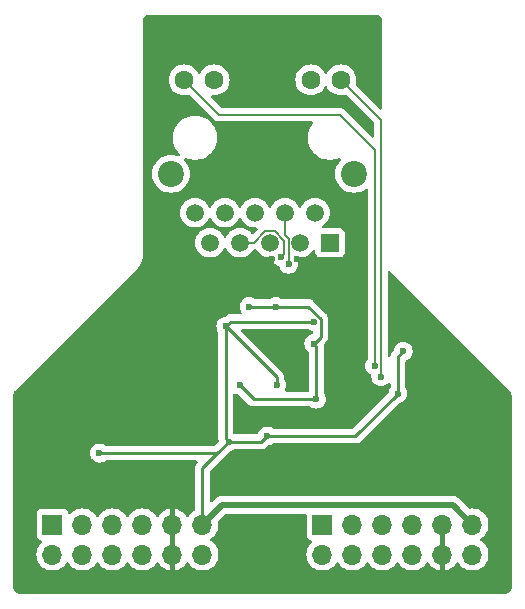
<source format=gbl>
G04 #@! TF.GenerationSoftware,KiCad,Pcbnew,8.0.8*
G04 #@! TF.CreationDate,2025-02-16T01:23:12+01:00*
G04 #@! TF.ProjectId,rgmii-pmod,72676d69-692d-4706-9d6f-642e6b696361,rev?*
G04 #@! TF.SameCoordinates,Original*
G04 #@! TF.FileFunction,Copper,L4,Bot*
G04 #@! TF.FilePolarity,Positive*
%FSLAX46Y46*%
G04 Gerber Fmt 4.6, Leading zero omitted, Abs format (unit mm)*
G04 Created by KiCad (PCBNEW 8.0.8) date 2025-02-16 01:23:12*
%MOMM*%
%LPD*%
G01*
G04 APERTURE LIST*
G04 #@! TA.AperFunction,ComponentPad*
%ADD10R,1.700000X1.700000*%
G04 #@! TD*
G04 #@! TA.AperFunction,ComponentPad*
%ADD11O,1.700000X1.700000*%
G04 #@! TD*
G04 #@! TA.AperFunction,ComponentPad*
%ADD12R,1.500000X1.500000*%
G04 #@! TD*
G04 #@! TA.AperFunction,ComponentPad*
%ADD13C,1.500000*%
G04 #@! TD*
G04 #@! TA.AperFunction,ComponentPad*
%ADD14C,1.600000*%
G04 #@! TD*
G04 #@! TA.AperFunction,ComponentPad*
%ADD15C,2.200000*%
G04 #@! TD*
G04 #@! TA.AperFunction,ViaPad*
%ADD16C,0.600000*%
G04 #@! TD*
G04 #@! TA.AperFunction,Conductor*
%ADD17C,0.250000*%
G04 #@! TD*
G04 #@! TA.AperFunction,Conductor*
%ADD18C,0.500000*%
G04 #@! TD*
G04 #@! TA.AperFunction,Conductor*
%ADD19C,0.150000*%
G04 #@! TD*
G04 #@! TA.AperFunction,Conductor*
%ADD20C,0.132600*%
G04 #@! TD*
G04 APERTURE END LIST*
D10*
X155080000Y-118650000D03*
D11*
X157620000Y-118650000D03*
X160160000Y-118650000D03*
X162700000Y-118650000D03*
X165240000Y-118650000D03*
X167780000Y-118650000D03*
X155080000Y-121190000D03*
X157620000Y-121190000D03*
X160160000Y-121190000D03*
X162700000Y-121190000D03*
X165240000Y-121190000D03*
X167780000Y-121190000D03*
D12*
X155715000Y-94790000D03*
D13*
X154445000Y-92250000D03*
X153175000Y-94790000D03*
X151905000Y-92250000D03*
X150635000Y-94790000D03*
X149365000Y-92250000D03*
X148095000Y-94790000D03*
X146825000Y-92250000D03*
X145555000Y-94790000D03*
X144285000Y-92250000D03*
D14*
X156630000Y-81000000D03*
X154090000Y-81000000D03*
X145910000Y-81000000D03*
X143370000Y-81000000D03*
D15*
X157745000Y-88950000D03*
X142255000Y-88950000D03*
D10*
X132220000Y-118650000D03*
D11*
X134760000Y-118650000D03*
X137300000Y-118650000D03*
X139840000Y-118650000D03*
X142380000Y-118650000D03*
X144920000Y-118650000D03*
X132220000Y-121190000D03*
X134760000Y-121190000D03*
X137300000Y-121190000D03*
X139840000Y-121190000D03*
X142380000Y-121190000D03*
X144920000Y-121190000D03*
D16*
X148422400Y-98810000D03*
X153250000Y-103725000D03*
X148061750Y-108720000D03*
X151117600Y-98380000D03*
X153190100Y-110220000D03*
X156415000Y-106325000D03*
X148060200Y-110220000D03*
X152900000Y-96200000D03*
X150800000Y-96200000D03*
X136200000Y-112600000D03*
X146900000Y-101875000D03*
X150385200Y-111160000D03*
X161915000Y-103990000D03*
X147160000Y-111630000D03*
X161465000Y-107560000D03*
X154350000Y-101470000D03*
X151200000Y-106850000D03*
X148061750Y-106850000D03*
X151117600Y-100200000D03*
X154350000Y-103330000D03*
X148882400Y-100200000D03*
X154560000Y-108031250D03*
X160025000Y-106150000D03*
X152205521Y-96600521D03*
X151604479Y-95999479D03*
X159500000Y-105210000D03*
D17*
X154350000Y-101470000D02*
X147305000Y-101470000D01*
X157865000Y-111160000D02*
X161465000Y-107560000D01*
X146190000Y-112600000D02*
X147160000Y-111630000D01*
X147305000Y-101470000D02*
X146900000Y-101875000D01*
X149915200Y-111630000D02*
X150385200Y-111160000D01*
D18*
X146570000Y-117000000D02*
X144920000Y-118650000D01*
D17*
X147160000Y-111630000D02*
X149915200Y-111630000D01*
X150385200Y-111160000D02*
X157865000Y-111160000D01*
D18*
X167780000Y-118650000D02*
X166130000Y-117000000D01*
D17*
X146190000Y-112600000D02*
X144920000Y-113870000D01*
X161465000Y-107560000D02*
X161465000Y-104440000D01*
X136200000Y-112600000D02*
X146190000Y-112600000D01*
D18*
X166130000Y-117000000D02*
X146570000Y-117000000D01*
D17*
X146900000Y-111370000D02*
X147160000Y-111630000D01*
X144920000Y-113870000D02*
X144920000Y-118650000D01*
X161465000Y-104440000D02*
X161915000Y-103990000D01*
X151200000Y-106850000D02*
X151200000Y-106175000D01*
X151200000Y-106175000D02*
X146900000Y-101875000D01*
X146900000Y-101875000D02*
X146900000Y-111370000D01*
X154560000Y-108031250D02*
X154560000Y-103540000D01*
X148882400Y-100200000D02*
X151117600Y-100200000D01*
X154925000Y-102755000D02*
X154925000Y-101231827D01*
X149243000Y-108031250D02*
X154560000Y-108031250D01*
X154350000Y-103330000D02*
X154925000Y-102755000D01*
X153893173Y-100200000D02*
X151117600Y-100200000D01*
X148061750Y-106850000D02*
X149243000Y-108031250D01*
X154925000Y-101231827D02*
X153893173Y-100200000D01*
X154560000Y-103540000D02*
X154350000Y-103330000D01*
D19*
X160025000Y-106150000D02*
X160025000Y-84395000D01*
X160025000Y-84395000D02*
X156630000Y-81000000D01*
D20*
X151905000Y-94152395D02*
X151905000Y-92250000D01*
X152205521Y-94452916D02*
X151905000Y-94152395D01*
X152205521Y-96600521D02*
X152205521Y-94452916D01*
X151035255Y-93823700D02*
X150234745Y-93823700D01*
X150234745Y-93823700D02*
X149268445Y-94790000D01*
X151822920Y-95781038D02*
X151822920Y-94611365D01*
X151822920Y-94611365D02*
X151035255Y-93823700D01*
X151604479Y-95999479D02*
X151822920Y-95781038D01*
X149268445Y-94790000D02*
X148095000Y-94790000D01*
D19*
X159500000Y-86927284D02*
X156522716Y-83950000D01*
X159500000Y-105210000D02*
X159500000Y-86927284D01*
X146320000Y-83950000D02*
X143370000Y-81000000D01*
X156522716Y-83950000D02*
X146320000Y-83950000D01*
G04 #@! TA.AperFunction,Conductor*
G36*
X159641922Y-75501280D02*
G01*
X159732266Y-75511459D01*
X159759331Y-75517636D01*
X159838540Y-75545352D01*
X159863553Y-75557398D01*
X159934606Y-75602043D01*
X159956313Y-75619355D01*
X160015644Y-75678686D01*
X160032957Y-75700395D01*
X160077600Y-75771444D01*
X160089648Y-75796462D01*
X160117362Y-75875666D01*
X160123540Y-75902735D01*
X160133720Y-75993076D01*
X160134500Y-76006961D01*
X160134500Y-83391258D01*
X160114815Y-83458297D01*
X160062011Y-83504052D01*
X159992853Y-83513996D01*
X159929297Y-83484971D01*
X159922819Y-83478939D01*
X157914470Y-81470590D01*
X157880985Y-81409267D01*
X157882376Y-81350815D01*
X157900000Y-81285042D01*
X157915635Y-81226692D01*
X157935468Y-81000000D01*
X157915635Y-80773308D01*
X157856739Y-80553504D01*
X157760568Y-80347266D01*
X157630047Y-80160861D01*
X157630045Y-80160858D01*
X157469141Y-79999954D01*
X157282734Y-79869432D01*
X157282732Y-79869431D01*
X157076497Y-79773261D01*
X157076488Y-79773258D01*
X156856697Y-79714366D01*
X156856693Y-79714365D01*
X156856692Y-79714365D01*
X156856691Y-79714364D01*
X156856686Y-79714364D01*
X156630002Y-79694532D01*
X156629998Y-79694532D01*
X156403313Y-79714364D01*
X156403302Y-79714366D01*
X156183511Y-79773258D01*
X156183502Y-79773261D01*
X155977267Y-79869431D01*
X155977265Y-79869432D01*
X155790858Y-79999954D01*
X155629954Y-80160858D01*
X155499432Y-80347265D01*
X155499431Y-80347267D01*
X155472382Y-80405275D01*
X155426209Y-80457714D01*
X155359016Y-80476866D01*
X155292135Y-80456650D01*
X155247618Y-80405275D01*
X155220568Y-80347267D01*
X155220567Y-80347265D01*
X155090045Y-80160858D01*
X154929141Y-79999954D01*
X154742734Y-79869432D01*
X154742732Y-79869431D01*
X154536497Y-79773261D01*
X154536488Y-79773258D01*
X154316697Y-79714366D01*
X154316693Y-79714365D01*
X154316692Y-79714365D01*
X154316691Y-79714364D01*
X154316686Y-79714364D01*
X154090002Y-79694532D01*
X154089998Y-79694532D01*
X153863313Y-79714364D01*
X153863302Y-79714366D01*
X153643511Y-79773258D01*
X153643502Y-79773261D01*
X153437267Y-79869431D01*
X153437265Y-79869432D01*
X153250858Y-79999954D01*
X153089954Y-80160858D01*
X152959432Y-80347265D01*
X152959431Y-80347267D01*
X152863261Y-80553502D01*
X152863258Y-80553511D01*
X152804366Y-80773302D01*
X152804364Y-80773313D01*
X152784532Y-80999998D01*
X152784532Y-81000001D01*
X152804364Y-81226686D01*
X152804366Y-81226697D01*
X152863258Y-81446488D01*
X152863261Y-81446497D01*
X152959431Y-81652732D01*
X152959432Y-81652734D01*
X153089954Y-81839141D01*
X153250858Y-82000045D01*
X153250861Y-82000047D01*
X153437266Y-82130568D01*
X153643504Y-82226739D01*
X153643509Y-82226740D01*
X153643511Y-82226741D01*
X153696415Y-82240916D01*
X153863308Y-82285635D01*
X154025230Y-82299801D01*
X154089998Y-82305468D01*
X154090000Y-82305468D01*
X154090002Y-82305468D01*
X154146673Y-82300509D01*
X154316692Y-82285635D01*
X154536496Y-82226739D01*
X154742734Y-82130568D01*
X154929139Y-82000047D01*
X155090047Y-81839139D01*
X155220568Y-81652734D01*
X155247618Y-81594724D01*
X155293790Y-81542285D01*
X155360983Y-81523133D01*
X155427865Y-81543348D01*
X155472382Y-81594725D01*
X155499429Y-81652728D01*
X155499432Y-81652734D01*
X155629954Y-81839141D01*
X155790858Y-82000045D01*
X155790861Y-82000047D01*
X155977266Y-82130568D01*
X156183504Y-82226739D01*
X156183509Y-82226740D01*
X156183511Y-82226741D01*
X156236415Y-82240916D01*
X156403308Y-82285635D01*
X156565230Y-82299801D01*
X156629998Y-82305468D01*
X156630000Y-82305468D01*
X156630002Y-82305468D01*
X156686673Y-82300509D01*
X156856692Y-82285635D01*
X156980815Y-82252376D01*
X157050665Y-82254039D01*
X157100590Y-82284470D01*
X159413181Y-84597061D01*
X159446666Y-84658384D01*
X159449500Y-84684742D01*
X159449500Y-85763542D01*
X159429815Y-85830581D01*
X159377011Y-85876336D01*
X159307853Y-85886280D01*
X159244297Y-85857255D01*
X159237819Y-85851223D01*
X156876083Y-83489487D01*
X156876081Y-83489485D01*
X156810466Y-83451602D01*
X156744852Y-83413719D01*
X156661024Y-83391258D01*
X156598482Y-83374500D01*
X156598481Y-83374500D01*
X146609742Y-83374500D01*
X146542703Y-83354815D01*
X146522061Y-83338181D01*
X145689919Y-82506039D01*
X145656434Y-82444716D01*
X145661418Y-82375024D01*
X145703290Y-82319091D01*
X145768754Y-82294674D01*
X145788407Y-82294830D01*
X145909998Y-82305468D01*
X145910000Y-82305468D01*
X145910002Y-82305468D01*
X145966673Y-82300509D01*
X146136692Y-82285635D01*
X146356496Y-82226739D01*
X146562734Y-82130568D01*
X146749139Y-82000047D01*
X146910047Y-81839139D01*
X147040568Y-81652734D01*
X147136739Y-81446496D01*
X147195635Y-81226692D01*
X147215468Y-81000000D01*
X147195635Y-80773308D01*
X147136739Y-80553504D01*
X147040568Y-80347266D01*
X146910047Y-80160861D01*
X146910045Y-80160858D01*
X146749141Y-79999954D01*
X146562734Y-79869432D01*
X146562732Y-79869431D01*
X146356497Y-79773261D01*
X146356488Y-79773258D01*
X146136697Y-79714366D01*
X146136693Y-79714365D01*
X146136692Y-79714365D01*
X146136691Y-79714364D01*
X146136686Y-79714364D01*
X145910002Y-79694532D01*
X145909998Y-79694532D01*
X145683313Y-79714364D01*
X145683302Y-79714366D01*
X145463511Y-79773258D01*
X145463502Y-79773261D01*
X145257267Y-79869431D01*
X145257265Y-79869432D01*
X145070858Y-79999954D01*
X144909954Y-80160858D01*
X144779432Y-80347265D01*
X144779431Y-80347267D01*
X144752382Y-80405275D01*
X144706209Y-80457714D01*
X144639016Y-80476866D01*
X144572135Y-80456650D01*
X144527618Y-80405275D01*
X144500568Y-80347267D01*
X144500567Y-80347265D01*
X144370045Y-80160858D01*
X144209141Y-79999954D01*
X144022734Y-79869432D01*
X144022732Y-79869431D01*
X143816497Y-79773261D01*
X143816488Y-79773258D01*
X143596697Y-79714366D01*
X143596693Y-79714365D01*
X143596692Y-79714365D01*
X143596691Y-79714364D01*
X143596686Y-79714364D01*
X143370002Y-79694532D01*
X143369998Y-79694532D01*
X143143313Y-79714364D01*
X143143302Y-79714366D01*
X142923511Y-79773258D01*
X142923502Y-79773261D01*
X142717267Y-79869431D01*
X142717265Y-79869432D01*
X142530858Y-79999954D01*
X142369954Y-80160858D01*
X142239432Y-80347265D01*
X142239431Y-80347267D01*
X142143261Y-80553502D01*
X142143258Y-80553511D01*
X142084366Y-80773302D01*
X142084364Y-80773313D01*
X142064532Y-80999998D01*
X142064532Y-81000001D01*
X142084364Y-81226686D01*
X142084366Y-81226697D01*
X142143258Y-81446488D01*
X142143261Y-81446497D01*
X142239431Y-81652732D01*
X142239432Y-81652734D01*
X142369954Y-81839141D01*
X142530858Y-82000045D01*
X142530861Y-82000047D01*
X142717266Y-82130568D01*
X142923504Y-82226739D01*
X142923509Y-82226740D01*
X142923511Y-82226741D01*
X142976415Y-82240916D01*
X143143308Y-82285635D01*
X143305230Y-82299801D01*
X143369998Y-82305468D01*
X143370000Y-82305468D01*
X143370002Y-82305468D01*
X143426673Y-82300509D01*
X143596692Y-82285635D01*
X143720815Y-82252376D01*
X143790665Y-82254039D01*
X143840590Y-82284470D01*
X145859485Y-84303365D01*
X145966635Y-84410515D01*
X146097865Y-84486281D01*
X146244234Y-84525500D01*
X154154228Y-84525500D01*
X154221267Y-84545185D01*
X154267022Y-84597989D01*
X154276966Y-84667147D01*
X154252604Y-84724985D01*
X154212000Y-84777902D01*
X154152233Y-84855791D01*
X154029307Y-85068705D01*
X154029303Y-85068714D01*
X153935225Y-85295837D01*
X153935222Y-85295847D01*
X153871592Y-85533320D01*
X153871590Y-85533331D01*
X153839500Y-85777065D01*
X153839500Y-86022934D01*
X153866227Y-86225939D01*
X153871591Y-86266677D01*
X153871592Y-86266679D01*
X153935222Y-86504152D01*
X153935225Y-86504162D01*
X154029303Y-86731285D01*
X154029306Y-86731292D01*
X154152233Y-86944208D01*
X154152235Y-86944211D01*
X154152236Y-86944212D01*
X154301897Y-87139254D01*
X154301903Y-87139261D01*
X154475738Y-87313096D01*
X154475744Y-87313101D01*
X154670792Y-87462767D01*
X154883708Y-87585694D01*
X155110847Y-87679778D01*
X155348323Y-87743409D01*
X155592073Y-87775500D01*
X155592080Y-87775500D01*
X155837920Y-87775500D01*
X155837927Y-87775500D01*
X156081677Y-87743409D01*
X156319153Y-87679778D01*
X156470114Y-87617247D01*
X156539581Y-87609779D01*
X156602060Y-87641054D01*
X156637713Y-87701142D01*
X156635220Y-87770967D01*
X156611856Y-87812340D01*
X156446161Y-88006344D01*
X156446160Y-88006346D01*
X156314533Y-88221140D01*
X156218126Y-88453889D01*
X156159317Y-88698848D01*
X156139551Y-88950000D01*
X156159317Y-89201151D01*
X156218126Y-89446110D01*
X156314533Y-89678859D01*
X156446160Y-89893653D01*
X156446161Y-89893656D01*
X156446164Y-89893659D01*
X156609776Y-90085224D01*
X156736579Y-90193524D01*
X156801343Y-90248838D01*
X156801346Y-90248839D01*
X157016140Y-90380466D01*
X157248889Y-90476873D01*
X157493852Y-90535683D01*
X157745000Y-90555449D01*
X157996148Y-90535683D01*
X158241111Y-90476873D01*
X158473859Y-90380466D01*
X158688659Y-90248836D01*
X158719969Y-90222094D01*
X158783729Y-90193524D01*
X158852815Y-90203961D01*
X158905291Y-90250092D01*
X158924500Y-90316385D01*
X158924500Y-104602060D01*
X158904815Y-104669099D01*
X158888181Y-104689741D01*
X158870184Y-104707737D01*
X158774211Y-104860476D01*
X158714631Y-105030745D01*
X158714630Y-105030750D01*
X158694435Y-105209996D01*
X158694435Y-105210003D01*
X158714630Y-105389249D01*
X158714631Y-105389254D01*
X158774211Y-105559523D01*
X158853711Y-105686045D01*
X158870184Y-105712262D01*
X158997738Y-105839816D01*
X159054504Y-105875484D01*
X159150477Y-105935789D01*
X159156751Y-105938810D01*
X159155724Y-105940942D01*
X159203469Y-105975178D01*
X159229224Y-106040128D01*
X159228967Y-106065392D01*
X159219435Y-106149995D01*
X159219435Y-106150003D01*
X159239630Y-106329249D01*
X159239631Y-106329254D01*
X159299211Y-106499523D01*
X159345841Y-106573733D01*
X159395184Y-106652262D01*
X159522738Y-106779816D01*
X159675478Y-106875789D01*
X159845745Y-106935368D01*
X159845750Y-106935369D01*
X160024996Y-106955565D01*
X160025000Y-106955565D01*
X160025004Y-106955565D01*
X160204249Y-106935369D01*
X160204252Y-106935368D01*
X160204255Y-106935368D01*
X160374522Y-106875789D01*
X160527262Y-106779816D01*
X160627819Y-106679259D01*
X160689142Y-106645774D01*
X160758834Y-106650758D01*
X160814767Y-106692630D01*
X160839184Y-106758094D01*
X160839500Y-106766940D01*
X160839500Y-107015145D01*
X160820494Y-107081117D01*
X160739210Y-107210478D01*
X160679630Y-107380750D01*
X160674326Y-107427825D01*
X160647258Y-107492239D01*
X160638787Y-107501621D01*
X157642229Y-110498181D01*
X157580906Y-110531666D01*
X157554548Y-110534500D01*
X150930055Y-110534500D01*
X150864083Y-110515494D01*
X150734723Y-110434211D01*
X150564454Y-110374631D01*
X150564449Y-110374630D01*
X150385204Y-110354435D01*
X150385196Y-110354435D01*
X150205950Y-110374630D01*
X150205945Y-110374631D01*
X150035676Y-110434211D01*
X149882937Y-110530184D01*
X149755384Y-110657737D01*
X149659410Y-110810478D01*
X149620579Y-110921454D01*
X149579857Y-110978230D01*
X149514905Y-111003978D01*
X149503537Y-111004500D01*
X147704856Y-111004500D01*
X147638883Y-110985493D01*
X147583527Y-110950710D01*
X147537237Y-110898376D01*
X147525500Y-110845717D01*
X147525500Y-107682821D01*
X147545185Y-107615782D01*
X147597989Y-107570027D01*
X147667147Y-107560083D01*
X147705313Y-107574101D01*
X147705955Y-107572769D01*
X147712220Y-107575786D01*
X147712227Y-107575788D01*
X147712228Y-107575789D01*
X147882495Y-107635368D01*
X147929573Y-107640672D01*
X147993986Y-107667737D01*
X148003371Y-107676211D01*
X148754016Y-108426856D01*
X148754045Y-108426887D01*
X148844264Y-108517106D01*
X148844267Y-108517108D01*
X148921190Y-108568506D01*
X148946710Y-108585559D01*
X148946712Y-108585560D01*
X148946715Y-108585562D01*
X149013396Y-108613181D01*
X149013398Y-108613183D01*
X149060543Y-108632711D01*
X149060548Y-108632713D01*
X149090215Y-108638613D01*
X149116980Y-108643938D01*
X149117000Y-108643941D01*
X149117022Y-108643946D01*
X149181391Y-108656749D01*
X149181392Y-108656750D01*
X149181393Y-108656750D01*
X149181394Y-108656750D01*
X154015145Y-108656750D01*
X154081116Y-108675755D01*
X154210478Y-108757039D01*
X154380745Y-108816618D01*
X154380750Y-108816619D01*
X154559996Y-108836815D01*
X154560000Y-108836815D01*
X154560004Y-108836815D01*
X154739249Y-108816619D01*
X154739252Y-108816618D01*
X154739255Y-108816618D01*
X154909522Y-108757039D01*
X155062262Y-108661066D01*
X155189816Y-108533512D01*
X155285789Y-108380772D01*
X155345368Y-108210505D01*
X155347699Y-108189816D01*
X155365565Y-108031253D01*
X155365565Y-108031246D01*
X155345369Y-107852000D01*
X155345368Y-107851995D01*
X155307959Y-107745086D01*
X155285789Y-107681728D01*
X155282322Y-107676211D01*
X155204506Y-107552367D01*
X155185500Y-107486395D01*
X155185500Y-103478391D01*
X155181955Y-103460570D01*
X155188182Y-103390978D01*
X155215889Y-103348699D01*
X155323729Y-103240860D01*
X155323733Y-103240858D01*
X155410858Y-103153733D01*
X155479311Y-103051286D01*
X155479312Y-103051285D01*
X155508641Y-102980478D01*
X155526463Y-102937452D01*
X155550500Y-102816606D01*
X155550500Y-101170221D01*
X155526463Y-101049375D01*
X155499443Y-100984143D01*
X155479312Y-100935542D01*
X155434540Y-100868537D01*
X155410858Y-100833094D01*
X155410856Y-100833091D01*
X155320637Y-100742872D01*
X155320606Y-100742843D01*
X154383371Y-99805608D01*
X154383351Y-99805586D01*
X154291906Y-99714141D01*
X154240682Y-99679915D01*
X154189460Y-99645689D01*
X154189459Y-99645688D01*
X154189456Y-99645686D01*
X154189453Y-99645685D01*
X154108965Y-99612347D01*
X154075626Y-99598537D01*
X154065600Y-99596543D01*
X154015202Y-99586518D01*
X153954783Y-99574500D01*
X153954780Y-99574500D01*
X153954779Y-99574500D01*
X151662455Y-99574500D01*
X151596483Y-99555494D01*
X151467123Y-99474211D01*
X151296854Y-99414631D01*
X151296849Y-99414630D01*
X151117604Y-99394435D01*
X151117596Y-99394435D01*
X150938350Y-99414630D01*
X150938345Y-99414631D01*
X150768076Y-99474211D01*
X150638717Y-99555494D01*
X150572745Y-99574500D01*
X149427255Y-99574500D01*
X149361283Y-99555494D01*
X149231923Y-99474211D01*
X149061654Y-99414631D01*
X149061649Y-99414630D01*
X148882404Y-99394435D01*
X148882396Y-99394435D01*
X148703150Y-99414630D01*
X148703145Y-99414631D01*
X148532876Y-99474211D01*
X148380137Y-99570184D01*
X148252584Y-99697737D01*
X148156611Y-99850476D01*
X148097031Y-100020745D01*
X148097030Y-100020750D01*
X148076835Y-100199996D01*
X148076835Y-100200003D01*
X148097030Y-100379249D01*
X148097031Y-100379254D01*
X148156611Y-100549522D01*
X148222591Y-100654528D01*
X148241591Y-100721764D01*
X148221224Y-100788600D01*
X148167956Y-100833814D01*
X148117597Y-100844500D01*
X147243388Y-100844500D01*
X147122555Y-100868535D01*
X147122547Y-100868537D01*
X147008716Y-100915687D01*
X146930818Y-100967738D01*
X146906267Y-100984142D01*
X146906262Y-100984146D01*
X146841617Y-101048789D01*
X146780293Y-101082273D01*
X146767824Y-101084326D01*
X146720750Y-101089630D01*
X146550478Y-101149210D01*
X146397737Y-101245184D01*
X146270184Y-101372737D01*
X146174211Y-101525476D01*
X146114631Y-101695745D01*
X146114630Y-101695750D01*
X146094435Y-101874996D01*
X146094435Y-101875003D01*
X146114630Y-102054249D01*
X146114631Y-102054254D01*
X146174211Y-102224524D01*
X146255493Y-102353881D01*
X146274500Y-102419854D01*
X146274500Y-111431606D01*
X146294635Y-111532838D01*
X146288408Y-111602429D01*
X146260699Y-111644709D01*
X145967227Y-111938182D01*
X145905907Y-111971666D01*
X145879548Y-111974500D01*
X136744855Y-111974500D01*
X136678883Y-111955494D01*
X136549523Y-111874211D01*
X136379254Y-111814631D01*
X136379249Y-111814630D01*
X136200004Y-111794435D01*
X136199996Y-111794435D01*
X136020750Y-111814630D01*
X136020745Y-111814631D01*
X135850476Y-111874211D01*
X135697737Y-111970184D01*
X135570184Y-112097737D01*
X135474211Y-112250476D01*
X135414631Y-112420745D01*
X135414630Y-112420750D01*
X135394435Y-112599996D01*
X135394435Y-112600003D01*
X135414630Y-112779249D01*
X135414631Y-112779254D01*
X135474211Y-112949523D01*
X135505132Y-112998733D01*
X135570184Y-113102262D01*
X135697738Y-113229816D01*
X135721117Y-113244506D01*
X135806234Y-113297989D01*
X135850478Y-113325789D01*
X136017233Y-113384139D01*
X136020745Y-113385368D01*
X136020750Y-113385369D01*
X136199996Y-113405565D01*
X136200000Y-113405565D01*
X136200004Y-113405565D01*
X136379249Y-113385369D01*
X136379252Y-113385368D01*
X136379255Y-113385368D01*
X136549522Y-113325789D01*
X136678883Y-113244505D01*
X136744855Y-113225500D01*
X144380547Y-113225500D01*
X144447586Y-113245185D01*
X144493341Y-113297989D01*
X144503285Y-113367147D01*
X144474260Y-113430703D01*
X144468228Y-113437181D01*
X144434144Y-113471264D01*
X144434138Y-113471272D01*
X144365692Y-113573705D01*
X144365684Y-113573719D01*
X144332347Y-113654207D01*
X144326823Y-113667543D01*
X144318537Y-113687545D01*
X144318535Y-113687553D01*
X144294500Y-113808389D01*
X144294500Y-117374773D01*
X144274815Y-117441812D01*
X144241623Y-117476348D01*
X144048597Y-117611505D01*
X143881508Y-117778594D01*
X143751269Y-117964595D01*
X143696692Y-118008219D01*
X143627193Y-118015412D01*
X143564839Y-117983890D01*
X143548119Y-117964594D01*
X143418113Y-117778926D01*
X143418108Y-117778920D01*
X143251082Y-117611894D01*
X143057578Y-117476399D01*
X142843492Y-117376570D01*
X142843486Y-117376567D01*
X142630000Y-117319364D01*
X142630000Y-118216988D01*
X142572993Y-118184075D01*
X142445826Y-118150000D01*
X142314174Y-118150000D01*
X142187007Y-118184075D01*
X142130000Y-118216988D01*
X142130000Y-117319364D01*
X142129999Y-117319364D01*
X141916513Y-117376567D01*
X141916507Y-117376570D01*
X141702422Y-117476399D01*
X141702420Y-117476400D01*
X141508926Y-117611886D01*
X141508920Y-117611891D01*
X141341891Y-117778920D01*
X141341890Y-117778922D01*
X141211880Y-117964595D01*
X141157303Y-118008219D01*
X141087804Y-118015412D01*
X141025450Y-117983890D01*
X141008730Y-117964594D01*
X140878494Y-117778597D01*
X140711402Y-117611506D01*
X140711395Y-117611501D01*
X140517834Y-117475967D01*
X140517830Y-117475965D01*
X140465500Y-117451563D01*
X140303663Y-117376097D01*
X140303659Y-117376096D01*
X140303655Y-117376094D01*
X140075413Y-117314938D01*
X140075403Y-117314936D01*
X139840001Y-117294341D01*
X139839999Y-117294341D01*
X139604596Y-117314936D01*
X139604586Y-117314938D01*
X139376344Y-117376094D01*
X139376335Y-117376098D01*
X139162171Y-117475964D01*
X139162169Y-117475965D01*
X138968597Y-117611505D01*
X138801505Y-117778597D01*
X138671575Y-117964158D01*
X138616998Y-118007783D01*
X138547500Y-118014977D01*
X138485145Y-117983454D01*
X138468425Y-117964158D01*
X138338494Y-117778597D01*
X138171402Y-117611506D01*
X138171395Y-117611501D01*
X137977834Y-117475967D01*
X137977830Y-117475965D01*
X137925500Y-117451563D01*
X137763663Y-117376097D01*
X137763659Y-117376096D01*
X137763655Y-117376094D01*
X137535413Y-117314938D01*
X137535403Y-117314936D01*
X137300001Y-117294341D01*
X137299999Y-117294341D01*
X137064596Y-117314936D01*
X137064586Y-117314938D01*
X136836344Y-117376094D01*
X136836335Y-117376098D01*
X136622171Y-117475964D01*
X136622169Y-117475965D01*
X136428597Y-117611505D01*
X136261505Y-117778597D01*
X136131575Y-117964158D01*
X136076998Y-118007783D01*
X136007500Y-118014977D01*
X135945145Y-117983454D01*
X135928425Y-117964158D01*
X135798494Y-117778597D01*
X135631402Y-117611506D01*
X135631395Y-117611501D01*
X135437834Y-117475967D01*
X135437830Y-117475965D01*
X135385500Y-117451563D01*
X135223663Y-117376097D01*
X135223659Y-117376096D01*
X135223655Y-117376094D01*
X134995413Y-117314938D01*
X134995403Y-117314936D01*
X134760001Y-117294341D01*
X134759999Y-117294341D01*
X134524596Y-117314936D01*
X134524586Y-117314938D01*
X134296344Y-117376094D01*
X134296335Y-117376098D01*
X134082171Y-117475964D01*
X134082169Y-117475965D01*
X133888600Y-117611503D01*
X133766673Y-117733430D01*
X133705350Y-117766914D01*
X133635658Y-117761930D01*
X133579725Y-117720058D01*
X133562810Y-117689081D01*
X133513797Y-117557671D01*
X133513793Y-117557664D01*
X133427547Y-117442455D01*
X133427544Y-117442452D01*
X133312335Y-117356206D01*
X133312328Y-117356202D01*
X133177482Y-117305908D01*
X133177483Y-117305908D01*
X133117883Y-117299501D01*
X133117881Y-117299500D01*
X133117873Y-117299500D01*
X133117864Y-117299500D01*
X131322129Y-117299500D01*
X131322123Y-117299501D01*
X131262516Y-117305908D01*
X131127671Y-117356202D01*
X131127664Y-117356206D01*
X131012455Y-117442452D01*
X131012452Y-117442455D01*
X130926206Y-117557664D01*
X130926202Y-117557671D01*
X130875908Y-117692517D01*
X130869501Y-117752116D01*
X130869500Y-117752135D01*
X130869500Y-119547870D01*
X130869501Y-119547876D01*
X130875908Y-119607483D01*
X130926202Y-119742328D01*
X130926206Y-119742335D01*
X131012452Y-119857544D01*
X131012455Y-119857547D01*
X131127664Y-119943793D01*
X131127671Y-119943797D01*
X131259081Y-119992810D01*
X131315015Y-120034681D01*
X131339432Y-120100145D01*
X131324580Y-120168418D01*
X131303430Y-120196673D01*
X131181503Y-120318600D01*
X131045965Y-120512169D01*
X131045964Y-120512171D01*
X130946098Y-120726335D01*
X130946094Y-120726344D01*
X130884938Y-120954586D01*
X130884936Y-120954596D01*
X130864341Y-121189999D01*
X130864341Y-121190000D01*
X130884936Y-121425403D01*
X130884938Y-121425413D01*
X130946094Y-121653655D01*
X130946096Y-121653659D01*
X130946097Y-121653663D01*
X131025801Y-121824588D01*
X131045965Y-121867830D01*
X131045967Y-121867834D01*
X131154281Y-122022521D01*
X131181505Y-122061401D01*
X131348599Y-122228495D01*
X131445384Y-122296265D01*
X131542165Y-122364032D01*
X131542167Y-122364033D01*
X131542170Y-122364035D01*
X131756337Y-122463903D01*
X131984592Y-122525063D01*
X132172918Y-122541539D01*
X132219999Y-122545659D01*
X132220000Y-122545659D01*
X132220001Y-122545659D01*
X132259234Y-122542226D01*
X132455408Y-122525063D01*
X132683663Y-122463903D01*
X132897830Y-122364035D01*
X133091401Y-122228495D01*
X133258495Y-122061401D01*
X133388425Y-121875842D01*
X133443002Y-121832217D01*
X133512500Y-121825023D01*
X133574855Y-121856546D01*
X133591575Y-121875842D01*
X133721500Y-122061395D01*
X133721505Y-122061401D01*
X133888599Y-122228495D01*
X133985384Y-122296265D01*
X134082165Y-122364032D01*
X134082167Y-122364033D01*
X134082170Y-122364035D01*
X134296337Y-122463903D01*
X134524592Y-122525063D01*
X134712918Y-122541539D01*
X134759999Y-122545659D01*
X134760000Y-122545659D01*
X134760001Y-122545659D01*
X134799234Y-122542226D01*
X134995408Y-122525063D01*
X135223663Y-122463903D01*
X135437830Y-122364035D01*
X135631401Y-122228495D01*
X135798495Y-122061401D01*
X135928425Y-121875842D01*
X135983002Y-121832217D01*
X136052500Y-121825023D01*
X136114855Y-121856546D01*
X136131575Y-121875842D01*
X136261500Y-122061395D01*
X136261505Y-122061401D01*
X136428599Y-122228495D01*
X136525384Y-122296265D01*
X136622165Y-122364032D01*
X136622167Y-122364033D01*
X136622170Y-122364035D01*
X136836337Y-122463903D01*
X137064592Y-122525063D01*
X137252918Y-122541539D01*
X137299999Y-122545659D01*
X137300000Y-122545659D01*
X137300001Y-122545659D01*
X137339234Y-122542226D01*
X137535408Y-122525063D01*
X137763663Y-122463903D01*
X137977830Y-122364035D01*
X138171401Y-122228495D01*
X138338495Y-122061401D01*
X138468425Y-121875842D01*
X138523002Y-121832217D01*
X138592500Y-121825023D01*
X138654855Y-121856546D01*
X138671575Y-121875842D01*
X138801500Y-122061395D01*
X138801505Y-122061401D01*
X138968599Y-122228495D01*
X139065384Y-122296265D01*
X139162165Y-122364032D01*
X139162167Y-122364033D01*
X139162170Y-122364035D01*
X139376337Y-122463903D01*
X139604592Y-122525063D01*
X139792918Y-122541539D01*
X139839999Y-122545659D01*
X139840000Y-122545659D01*
X139840001Y-122545659D01*
X139879234Y-122542226D01*
X140075408Y-122525063D01*
X140303663Y-122463903D01*
X140517830Y-122364035D01*
X140711401Y-122228495D01*
X140878495Y-122061401D01*
X141008730Y-121875405D01*
X141063307Y-121831781D01*
X141132805Y-121824587D01*
X141195160Y-121856110D01*
X141211879Y-121875405D01*
X141341890Y-122061078D01*
X141508917Y-122228105D01*
X141702421Y-122363600D01*
X141916507Y-122463429D01*
X141916516Y-122463433D01*
X142130000Y-122520634D01*
X142130000Y-121623012D01*
X142187007Y-121655925D01*
X142314174Y-121690000D01*
X142445826Y-121690000D01*
X142572993Y-121655925D01*
X142630000Y-121623012D01*
X142630000Y-122520633D01*
X142843483Y-122463433D01*
X142843492Y-122463429D01*
X143057578Y-122363600D01*
X143251082Y-122228105D01*
X143418105Y-122061082D01*
X143548119Y-121875405D01*
X143602696Y-121831781D01*
X143672195Y-121824588D01*
X143734549Y-121856110D01*
X143751269Y-121875405D01*
X143881505Y-122061401D01*
X144048599Y-122228495D01*
X144145384Y-122296265D01*
X144242165Y-122364032D01*
X144242167Y-122364033D01*
X144242170Y-122364035D01*
X144456337Y-122463903D01*
X144684592Y-122525063D01*
X144872918Y-122541539D01*
X144919999Y-122545659D01*
X144920000Y-122545659D01*
X144920001Y-122545659D01*
X144959234Y-122542226D01*
X145155408Y-122525063D01*
X145383663Y-122463903D01*
X145597830Y-122364035D01*
X145791401Y-122228495D01*
X145958495Y-122061401D01*
X146094035Y-121867830D01*
X146193903Y-121653663D01*
X146255063Y-121425408D01*
X146275659Y-121190000D01*
X146255063Y-120954592D01*
X146193903Y-120726337D01*
X146094035Y-120512171D01*
X146088731Y-120504595D01*
X145958494Y-120318597D01*
X145791402Y-120151506D01*
X145791396Y-120151501D01*
X145605842Y-120021575D01*
X145562217Y-119966998D01*
X145555023Y-119897500D01*
X145586546Y-119835145D01*
X145605842Y-119818425D01*
X145628026Y-119802891D01*
X145791401Y-119688495D01*
X145958495Y-119521401D01*
X146094035Y-119327830D01*
X146193903Y-119113663D01*
X146255063Y-118885408D01*
X146275659Y-118650000D01*
X146257022Y-118436984D01*
X146270788Y-118368485D01*
X146292866Y-118338500D01*
X146844548Y-117786819D01*
X146905871Y-117753334D01*
X146932229Y-117750500D01*
X153605500Y-117750500D01*
X153672539Y-117770185D01*
X153718294Y-117822989D01*
X153729500Y-117874500D01*
X153729500Y-119547870D01*
X153729501Y-119547876D01*
X153735908Y-119607483D01*
X153786202Y-119742328D01*
X153786206Y-119742335D01*
X153872452Y-119857544D01*
X153872455Y-119857547D01*
X153987664Y-119943793D01*
X153987671Y-119943797D01*
X154119081Y-119992810D01*
X154175015Y-120034681D01*
X154199432Y-120100145D01*
X154184580Y-120168418D01*
X154163430Y-120196673D01*
X154041503Y-120318600D01*
X153905965Y-120512169D01*
X153905964Y-120512171D01*
X153806098Y-120726335D01*
X153806094Y-120726344D01*
X153744938Y-120954586D01*
X153744936Y-120954596D01*
X153724341Y-121189999D01*
X153724341Y-121190000D01*
X153744936Y-121425403D01*
X153744938Y-121425413D01*
X153806094Y-121653655D01*
X153806096Y-121653659D01*
X153806097Y-121653663D01*
X153885801Y-121824588D01*
X153905965Y-121867830D01*
X153905967Y-121867834D01*
X154014281Y-122022521D01*
X154041505Y-122061401D01*
X154208599Y-122228495D01*
X154305384Y-122296265D01*
X154402165Y-122364032D01*
X154402167Y-122364033D01*
X154402170Y-122364035D01*
X154616337Y-122463903D01*
X154844592Y-122525063D01*
X155032918Y-122541539D01*
X155079999Y-122545659D01*
X155080000Y-122545659D01*
X155080001Y-122545659D01*
X155119234Y-122542226D01*
X155315408Y-122525063D01*
X155543663Y-122463903D01*
X155757830Y-122364035D01*
X155951401Y-122228495D01*
X156118495Y-122061401D01*
X156248425Y-121875842D01*
X156303002Y-121832217D01*
X156372500Y-121825023D01*
X156434855Y-121856546D01*
X156451575Y-121875842D01*
X156581500Y-122061395D01*
X156581505Y-122061401D01*
X156748599Y-122228495D01*
X156845384Y-122296265D01*
X156942165Y-122364032D01*
X156942167Y-122364033D01*
X156942170Y-122364035D01*
X157156337Y-122463903D01*
X157384592Y-122525063D01*
X157572918Y-122541539D01*
X157619999Y-122545659D01*
X157620000Y-122545659D01*
X157620001Y-122545659D01*
X157659234Y-122542226D01*
X157855408Y-122525063D01*
X158083663Y-122463903D01*
X158297830Y-122364035D01*
X158491401Y-122228495D01*
X158658495Y-122061401D01*
X158788425Y-121875842D01*
X158843002Y-121832217D01*
X158912500Y-121825023D01*
X158974855Y-121856546D01*
X158991575Y-121875842D01*
X159121500Y-122061395D01*
X159121505Y-122061401D01*
X159288599Y-122228495D01*
X159385384Y-122296265D01*
X159482165Y-122364032D01*
X159482167Y-122364033D01*
X159482170Y-122364035D01*
X159696337Y-122463903D01*
X159924592Y-122525063D01*
X160112918Y-122541539D01*
X160159999Y-122545659D01*
X160160000Y-122545659D01*
X160160001Y-122545659D01*
X160199234Y-122542226D01*
X160395408Y-122525063D01*
X160623663Y-122463903D01*
X160837830Y-122364035D01*
X161031401Y-122228495D01*
X161198495Y-122061401D01*
X161328425Y-121875842D01*
X161383002Y-121832217D01*
X161452500Y-121825023D01*
X161514855Y-121856546D01*
X161531575Y-121875842D01*
X161661500Y-122061395D01*
X161661505Y-122061401D01*
X161828599Y-122228495D01*
X161925384Y-122296265D01*
X162022165Y-122364032D01*
X162022167Y-122364033D01*
X162022170Y-122364035D01*
X162236337Y-122463903D01*
X162464592Y-122525063D01*
X162652918Y-122541539D01*
X162699999Y-122545659D01*
X162700000Y-122545659D01*
X162700001Y-122545659D01*
X162739234Y-122542226D01*
X162935408Y-122525063D01*
X163163663Y-122463903D01*
X163377830Y-122364035D01*
X163571401Y-122228495D01*
X163738495Y-122061401D01*
X163868730Y-121875405D01*
X163923307Y-121831781D01*
X163992805Y-121824587D01*
X164055160Y-121856110D01*
X164071879Y-121875405D01*
X164201890Y-122061078D01*
X164368917Y-122228105D01*
X164562421Y-122363600D01*
X164776507Y-122463429D01*
X164776516Y-122463433D01*
X164990000Y-122520634D01*
X164990000Y-121623012D01*
X165047007Y-121655925D01*
X165174174Y-121690000D01*
X165305826Y-121690000D01*
X165432993Y-121655925D01*
X165490000Y-121623012D01*
X165490000Y-122520634D01*
X165703483Y-122463433D01*
X165703492Y-122463429D01*
X165917578Y-122363600D01*
X166111082Y-122228105D01*
X166278105Y-122061082D01*
X166408119Y-121875405D01*
X166462696Y-121831781D01*
X166532195Y-121824588D01*
X166594549Y-121856110D01*
X166611269Y-121875405D01*
X166741505Y-122061401D01*
X166908599Y-122228495D01*
X167005384Y-122296265D01*
X167102165Y-122364032D01*
X167102167Y-122364033D01*
X167102170Y-122364035D01*
X167316337Y-122463903D01*
X167544592Y-122525063D01*
X167732918Y-122541539D01*
X167779999Y-122545659D01*
X167780000Y-122545659D01*
X167780001Y-122545659D01*
X167819234Y-122542226D01*
X168015408Y-122525063D01*
X168243663Y-122463903D01*
X168457830Y-122364035D01*
X168651401Y-122228495D01*
X168818495Y-122061401D01*
X168954035Y-121867830D01*
X169053903Y-121653663D01*
X169115063Y-121425408D01*
X169135659Y-121190000D01*
X169115063Y-120954592D01*
X169053903Y-120726337D01*
X168954035Y-120512171D01*
X168948731Y-120504595D01*
X168818494Y-120318597D01*
X168651402Y-120151506D01*
X168651396Y-120151501D01*
X168465842Y-120021575D01*
X168422217Y-119966998D01*
X168415023Y-119897500D01*
X168446546Y-119835145D01*
X168465842Y-119818425D01*
X168488026Y-119802891D01*
X168651401Y-119688495D01*
X168818495Y-119521401D01*
X168954035Y-119327830D01*
X169053903Y-119113663D01*
X169115063Y-118885408D01*
X169135659Y-118650000D01*
X169115063Y-118414592D01*
X169053903Y-118186337D01*
X168954035Y-117972171D01*
X168948731Y-117964595D01*
X168818494Y-117778597D01*
X168651402Y-117611506D01*
X168651395Y-117611501D01*
X168457834Y-117475967D01*
X168457830Y-117475965D01*
X168405500Y-117451563D01*
X168243663Y-117376097D01*
X168243659Y-117376096D01*
X168243655Y-117376094D01*
X168015413Y-117314938D01*
X168015403Y-117314936D01*
X167780001Y-117294341D01*
X167779998Y-117294341D01*
X167566985Y-117312977D01*
X167498485Y-117299210D01*
X167468497Y-117277130D01*
X166608421Y-116417052D01*
X166608414Y-116417046D01*
X166534729Y-116367812D01*
X166534729Y-116367813D01*
X166485491Y-116334913D01*
X166348917Y-116278343D01*
X166348907Y-116278340D01*
X166203920Y-116249500D01*
X166203918Y-116249500D01*
X146643917Y-116249500D01*
X146496082Y-116249500D01*
X146496080Y-116249500D01*
X146351092Y-116278340D01*
X146351082Y-116278343D01*
X146214511Y-116334912D01*
X146214498Y-116334919D01*
X146091584Y-116417048D01*
X146091580Y-116417051D01*
X145757181Y-116751451D01*
X145695858Y-116784936D01*
X145626166Y-116779952D01*
X145570233Y-116738080D01*
X145545816Y-116672616D01*
X145545500Y-116663770D01*
X145545500Y-114180451D01*
X145565185Y-114113412D01*
X145581814Y-114092774D01*
X146581664Y-113092924D01*
X146581671Y-113092919D01*
X146588731Y-113085859D01*
X146588733Y-113085858D01*
X146675858Y-112998733D01*
X146675859Y-112998731D01*
X146682919Y-112991671D01*
X146682925Y-112991664D01*
X147218379Y-112456209D01*
X147279700Y-112422726D01*
X147292156Y-112420674D01*
X147339255Y-112415368D01*
X147509522Y-112355789D01*
X147638883Y-112274505D01*
X147704855Y-112255500D01*
X149976808Y-112255500D01*
X149976808Y-112255499D01*
X150041178Y-112242696D01*
X150041179Y-112242696D01*
X150060350Y-112238882D01*
X150097652Y-112231463D01*
X150130992Y-112217652D01*
X150211486Y-112184312D01*
X150262709Y-112150084D01*
X150313933Y-112115858D01*
X150401058Y-112028733D01*
X150401058Y-112028731D01*
X150411266Y-112018524D01*
X150411268Y-112018521D01*
X150443579Y-111986209D01*
X150504900Y-111952726D01*
X150517356Y-111950674D01*
X150564455Y-111945368D01*
X150734722Y-111885789D01*
X150864083Y-111804505D01*
X150930055Y-111785500D01*
X157926608Y-111785500D01*
X157926608Y-111785499D01*
X158010902Y-111768733D01*
X158010903Y-111768733D01*
X158023309Y-111766265D01*
X158047452Y-111761463D01*
X158080792Y-111747652D01*
X158161286Y-111714312D01*
X158233160Y-111666286D01*
X158263733Y-111645858D01*
X158350858Y-111558733D01*
X158350859Y-111558731D01*
X158357925Y-111551665D01*
X158357928Y-111551661D01*
X161523379Y-108386209D01*
X161584700Y-108352726D01*
X161597156Y-108350674D01*
X161644255Y-108345368D01*
X161814522Y-108285789D01*
X161967262Y-108189816D01*
X162094816Y-108062262D01*
X162190789Y-107909522D01*
X162250368Y-107739255D01*
X162250836Y-107735102D01*
X162270565Y-107560003D01*
X162270565Y-107559996D01*
X162250369Y-107380750D01*
X162250368Y-107380745D01*
X162227739Y-107316076D01*
X162190789Y-107210478D01*
X162175322Y-107185863D01*
X162109506Y-107081117D01*
X162090500Y-107015145D01*
X162090500Y-104864665D01*
X162110185Y-104797626D01*
X162162989Y-104751871D01*
X162173546Y-104747623D01*
X162196897Y-104739451D01*
X162264522Y-104715789D01*
X162417262Y-104619816D01*
X162544816Y-104492262D01*
X162640789Y-104339522D01*
X162700368Y-104169255D01*
X162710102Y-104082864D01*
X162720565Y-103990003D01*
X162720565Y-103989996D01*
X162700369Y-103810750D01*
X162700368Y-103810745D01*
X162640788Y-103640476D01*
X162544815Y-103487737D01*
X162417262Y-103360184D01*
X162264523Y-103264211D01*
X162094254Y-103204631D01*
X162094249Y-103204630D01*
X161915004Y-103184435D01*
X161914996Y-103184435D01*
X161735750Y-103204630D01*
X161735745Y-103204631D01*
X161565476Y-103264211D01*
X161412737Y-103360184D01*
X161285184Y-103487737D01*
X161189210Y-103640478D01*
X161129630Y-103810750D01*
X161124326Y-103857825D01*
X161097258Y-103922239D01*
X161088789Y-103931619D01*
X161066272Y-103954137D01*
X161066270Y-103954139D01*
X160979141Y-104041267D01*
X160979138Y-104041270D01*
X160969443Y-104055783D01*
X160969439Y-104055789D01*
X160951348Y-104082864D01*
X160910684Y-104143720D01*
X160877347Y-104224207D01*
X160871823Y-104237543D01*
X160863537Y-104257545D01*
X160863535Y-104257553D01*
X160846117Y-104345124D01*
X160813733Y-104407035D01*
X160753017Y-104441609D01*
X160683247Y-104437870D01*
X160626575Y-104397004D01*
X160600994Y-104331986D01*
X160600500Y-104320933D01*
X160600500Y-97272676D01*
X160620185Y-97205637D01*
X160672989Y-97159882D01*
X160742147Y-97149938D01*
X160805703Y-97178963D01*
X160812181Y-97184995D01*
X170938882Y-107311696D01*
X170947055Y-107320713D01*
X170997565Y-107382261D01*
X171011069Y-107402472D01*
X171045713Y-107467287D01*
X171055015Y-107489743D01*
X171076326Y-107560000D01*
X171076349Y-107560074D01*
X171081091Y-107583917D01*
X171088902Y-107663244D01*
X171089499Y-107675395D01*
X171089499Y-107745086D01*
X171089500Y-107745099D01*
X171089500Y-123993038D01*
X171088720Y-124006923D01*
X171078540Y-124097264D01*
X171072362Y-124124333D01*
X171044648Y-124203537D01*
X171032600Y-124228555D01*
X170987957Y-124299604D01*
X170970644Y-124321313D01*
X170911313Y-124380644D01*
X170889604Y-124397957D01*
X170818555Y-124442600D01*
X170793537Y-124454648D01*
X170714333Y-124482362D01*
X170687264Y-124488540D01*
X170607075Y-124497576D01*
X170596921Y-124498720D01*
X170583038Y-124499500D01*
X129416962Y-124499500D01*
X129403078Y-124498720D01*
X129390553Y-124497308D01*
X129312735Y-124488540D01*
X129285666Y-124482362D01*
X129206462Y-124454648D01*
X129181444Y-124442600D01*
X129110395Y-124397957D01*
X129088686Y-124380644D01*
X129029355Y-124321313D01*
X129012042Y-124299604D01*
X128967399Y-124228555D01*
X128955351Y-124203537D01*
X128927637Y-124124333D01*
X128921459Y-124097263D01*
X128911280Y-124006922D01*
X128910500Y-123993038D01*
X128910500Y-107735102D01*
X128910501Y-107735099D01*
X128910500Y-107675295D01*
X128911097Y-107663143D01*
X128912832Y-107645530D01*
X128918899Y-107583913D01*
X128923641Y-107560073D01*
X128934379Y-107524672D01*
X128944976Y-107489737D01*
X128954270Y-107467296D01*
X128988926Y-107402458D01*
X129002421Y-107382261D01*
X129052885Y-107320769D01*
X129061037Y-107311775D01*
X139369214Y-97003598D01*
X139369224Y-97003591D01*
X139389691Y-96983124D01*
X139389715Y-96983110D01*
X139426023Y-96946802D01*
X139426024Y-96946803D01*
X139495567Y-96877260D01*
X139615307Y-96721208D01*
X139713653Y-96550863D01*
X139788924Y-96369137D01*
X139839830Y-96179142D01*
X139839885Y-96178728D01*
X139853284Y-96076941D01*
X139865502Y-95984127D01*
X139865500Y-95885779D01*
X139865500Y-95855659D01*
X139865500Y-92249997D01*
X143029723Y-92249997D01*
X143029723Y-92250002D01*
X143048793Y-92467975D01*
X143048793Y-92467979D01*
X143105422Y-92679322D01*
X143105424Y-92679326D01*
X143105425Y-92679330D01*
X143127382Y-92726416D01*
X143197897Y-92877638D01*
X143197898Y-92877639D01*
X143323402Y-93056877D01*
X143478123Y-93211598D01*
X143657361Y-93337102D01*
X143855670Y-93429575D01*
X144067023Y-93486207D01*
X144245497Y-93501821D01*
X144284998Y-93505277D01*
X144285000Y-93505277D01*
X144285002Y-93505277D01*
X144324503Y-93501821D01*
X144502977Y-93486207D01*
X144714330Y-93429575D01*
X144912639Y-93337102D01*
X145091877Y-93211598D01*
X145246598Y-93056877D01*
X145372102Y-92877639D01*
X145442618Y-92726414D01*
X145488790Y-92673977D01*
X145555984Y-92654825D01*
X145622865Y-92675041D01*
X145667381Y-92726414D01*
X145737898Y-92877639D01*
X145863402Y-93056877D01*
X146018123Y-93211598D01*
X146197361Y-93337102D01*
X146395670Y-93429575D01*
X146607023Y-93486207D01*
X146785497Y-93501821D01*
X146824998Y-93505277D01*
X146825000Y-93505277D01*
X146825002Y-93505277D01*
X146864503Y-93501821D01*
X147042977Y-93486207D01*
X147254330Y-93429575D01*
X147452639Y-93337102D01*
X147631877Y-93211598D01*
X147786598Y-93056877D01*
X147912102Y-92877639D01*
X147982618Y-92726414D01*
X148028790Y-92673977D01*
X148095984Y-92654825D01*
X148162865Y-92675041D01*
X148207381Y-92726414D01*
X148277898Y-92877639D01*
X148403402Y-93056877D01*
X148558123Y-93211598D01*
X148737361Y-93337102D01*
X148935670Y-93429575D01*
X149147023Y-93486207D01*
X149325497Y-93501821D01*
X149364998Y-93505277D01*
X149365000Y-93505277D01*
X149449268Y-93497904D01*
X149517765Y-93511670D01*
X149567948Y-93560285D01*
X149583882Y-93628313D01*
X149560507Y-93694157D01*
X149547754Y-93709113D01*
X149250521Y-94006346D01*
X149189198Y-94039831D01*
X149119506Y-94034847D01*
X149063573Y-93992975D01*
X149061264Y-93989787D01*
X149056599Y-93983124D01*
X148901881Y-93828406D01*
X148901877Y-93828402D01*
X148722639Y-93702898D01*
X148722640Y-93702898D01*
X148722638Y-93702897D01*
X148621796Y-93655874D01*
X148524330Y-93610425D01*
X148524326Y-93610424D01*
X148524322Y-93610422D01*
X148312977Y-93553793D01*
X148095002Y-93534723D01*
X148094998Y-93534723D01*
X147994767Y-93543492D01*
X147877023Y-93553793D01*
X147877020Y-93553793D01*
X147665677Y-93610422D01*
X147665668Y-93610426D01*
X147467361Y-93702898D01*
X147467357Y-93702900D01*
X147288121Y-93828402D01*
X147133402Y-93983121D01*
X147007900Y-94162357D01*
X147007898Y-94162361D01*
X146937382Y-94313583D01*
X146891209Y-94366022D01*
X146824016Y-94385174D01*
X146757135Y-94364958D01*
X146712618Y-94313583D01*
X146646098Y-94170932D01*
X146642102Y-94162362D01*
X146642100Y-94162359D01*
X146642099Y-94162357D01*
X146516599Y-93983124D01*
X146465991Y-93932516D01*
X146361877Y-93828402D01*
X146182639Y-93702898D01*
X146182640Y-93702898D01*
X146182638Y-93702897D01*
X146081796Y-93655874D01*
X145984330Y-93610425D01*
X145984326Y-93610424D01*
X145984322Y-93610422D01*
X145772977Y-93553793D01*
X145555002Y-93534723D01*
X145554998Y-93534723D01*
X145454767Y-93543492D01*
X145337023Y-93553793D01*
X145337020Y-93553793D01*
X145125677Y-93610422D01*
X145125668Y-93610426D01*
X144927361Y-93702898D01*
X144927357Y-93702900D01*
X144748121Y-93828402D01*
X144593402Y-93983121D01*
X144467900Y-94162357D01*
X144467898Y-94162361D01*
X144375426Y-94360668D01*
X144375422Y-94360677D01*
X144318793Y-94572020D01*
X144318793Y-94572024D01*
X144299723Y-94789997D01*
X144299723Y-94790002D01*
X144318793Y-95007975D01*
X144318793Y-95007979D01*
X144375422Y-95219322D01*
X144375424Y-95219326D01*
X144375425Y-95219330D01*
X144397382Y-95266416D01*
X144467897Y-95417638D01*
X144492998Y-95453486D01*
X144593402Y-95596877D01*
X144748123Y-95751598D01*
X144927361Y-95877102D01*
X145125670Y-95969575D01*
X145125676Y-95969576D01*
X145125677Y-95969577D01*
X145156364Y-95977799D01*
X145337023Y-96026207D01*
X145508056Y-96041170D01*
X145554998Y-96045277D01*
X145555000Y-96045277D01*
X145555002Y-96045277D01*
X145584376Y-96042707D01*
X145772977Y-96026207D01*
X145984330Y-95969575D01*
X146182639Y-95877102D01*
X146361877Y-95751598D01*
X146516598Y-95596877D01*
X146642102Y-95417639D01*
X146712618Y-95266414D01*
X146758790Y-95213977D01*
X146825984Y-95194825D01*
X146892865Y-95215041D01*
X146937381Y-95266414D01*
X147007898Y-95417639D01*
X147133402Y-95596877D01*
X147288123Y-95751598D01*
X147467361Y-95877102D01*
X147665670Y-95969575D01*
X147665676Y-95969576D01*
X147665677Y-95969577D01*
X147696364Y-95977799D01*
X147877023Y-96026207D01*
X148048056Y-96041170D01*
X148094998Y-96045277D01*
X148095000Y-96045277D01*
X148095002Y-96045277D01*
X148124376Y-96042707D01*
X148312977Y-96026207D01*
X148524330Y-95969575D01*
X148722639Y-95877102D01*
X148901877Y-95751598D01*
X149056598Y-95596877D01*
X149182102Y-95417639D01*
X149182102Y-95417636D01*
X149185207Y-95413204D01*
X149186413Y-95414048D01*
X149232001Y-95370583D01*
X149288819Y-95356800D01*
X149343063Y-95356800D01*
X149343066Y-95356800D01*
X149399427Y-95341698D01*
X149469275Y-95343361D01*
X149527138Y-95382523D01*
X149543901Y-95409068D01*
X149547896Y-95417636D01*
X149547897Y-95417638D01*
X149547898Y-95417639D01*
X149673402Y-95596877D01*
X149828123Y-95751598D01*
X150007361Y-95877102D01*
X150205670Y-95969575D01*
X150205676Y-95969576D01*
X150205677Y-95969577D01*
X150236364Y-95977799D01*
X150417023Y-96026207D01*
X150588056Y-96041170D01*
X150634998Y-96045277D01*
X150634999Y-96045277D01*
X150634999Y-96045276D01*
X150635000Y-96045277D01*
X150681937Y-96041170D01*
X150750435Y-96054936D01*
X150800619Y-96103550D01*
X150815964Y-96150813D01*
X150819109Y-96178728D01*
X150819110Y-96178733D01*
X150819111Y-96178734D01*
X150819254Y-96179142D01*
X150878689Y-96349000D01*
X150891342Y-96369137D01*
X150974663Y-96501741D01*
X151102217Y-96629295D01*
X151192559Y-96686061D01*
X151248503Y-96721213D01*
X151254957Y-96725268D01*
X151365102Y-96763809D01*
X151421878Y-96804531D01*
X151441190Y-96839896D01*
X151479732Y-96950044D01*
X151506969Y-96993391D01*
X151575705Y-97102783D01*
X151703259Y-97230337D01*
X151855999Y-97326310D01*
X152026266Y-97385889D01*
X152026271Y-97385890D01*
X152205517Y-97406086D01*
X152205521Y-97406086D01*
X152205525Y-97406086D01*
X152384770Y-97385890D01*
X152384773Y-97385889D01*
X152384776Y-97385889D01*
X152555043Y-97326310D01*
X152707783Y-97230337D01*
X152835337Y-97102783D01*
X152931310Y-96950043D01*
X152990889Y-96779776D01*
X152997031Y-96725267D01*
X153011086Y-96600524D01*
X153011086Y-96600517D01*
X152990890Y-96421271D01*
X152990889Y-96421266D01*
X152965602Y-96349000D01*
X152931310Y-96250999D01*
X152931308Y-96250996D01*
X152931308Y-96250995D01*
X152913085Y-96221992D01*
X152894085Y-96154755D01*
X152914453Y-96087920D01*
X152967722Y-96042707D01*
X153028882Y-96032493D01*
X153164369Y-96044346D01*
X153174999Y-96045277D01*
X153175000Y-96045277D01*
X153175002Y-96045277D01*
X153204376Y-96042707D01*
X153392977Y-96026207D01*
X153604330Y-95969575D01*
X153802639Y-95877102D01*
X153981877Y-95751598D01*
X154136598Y-95596877D01*
X154238928Y-95450734D01*
X154293502Y-95407112D01*
X154363000Y-95399918D01*
X154425355Y-95431441D01*
X154460769Y-95491670D01*
X154464500Y-95521858D01*
X154464500Y-95587869D01*
X154464501Y-95587876D01*
X154470908Y-95647483D01*
X154521202Y-95782328D01*
X154521206Y-95782335D01*
X154607452Y-95897544D01*
X154607455Y-95897547D01*
X154722664Y-95983793D01*
X154722671Y-95983797D01*
X154857517Y-96034091D01*
X154857516Y-96034091D01*
X154864444Y-96034835D01*
X154917127Y-96040500D01*
X156512872Y-96040499D01*
X156572483Y-96034091D01*
X156707331Y-95983796D01*
X156822546Y-95897546D01*
X156908796Y-95782331D01*
X156959091Y-95647483D01*
X156965500Y-95587873D01*
X156965499Y-93992128D01*
X156959091Y-93932517D01*
X156908796Y-93797669D01*
X156908795Y-93797668D01*
X156908793Y-93797664D01*
X156822547Y-93682455D01*
X156822544Y-93682452D01*
X156707335Y-93596206D01*
X156707328Y-93596202D01*
X156572482Y-93545908D01*
X156572483Y-93545908D01*
X156512883Y-93539501D01*
X156512881Y-93539500D01*
X156512873Y-93539500D01*
X156512865Y-93539500D01*
X155176861Y-93539500D01*
X155109822Y-93519815D01*
X155064067Y-93467011D01*
X155054123Y-93397853D01*
X155083148Y-93334297D01*
X155105734Y-93313928D01*
X155251877Y-93211598D01*
X155406598Y-93056877D01*
X155532102Y-92877639D01*
X155624575Y-92679330D01*
X155681207Y-92467977D01*
X155700277Y-92250000D01*
X155681207Y-92032023D01*
X155624575Y-91820670D01*
X155532102Y-91622362D01*
X155532100Y-91622359D01*
X155532099Y-91622357D01*
X155406599Y-91443124D01*
X155406596Y-91443121D01*
X155251877Y-91288402D01*
X155072639Y-91162898D01*
X155072640Y-91162898D01*
X155072638Y-91162897D01*
X154973484Y-91116661D01*
X154874330Y-91070425D01*
X154874326Y-91070424D01*
X154874322Y-91070422D01*
X154662977Y-91013793D01*
X154445002Y-90994723D01*
X154444998Y-90994723D01*
X154299682Y-91007436D01*
X154227023Y-91013793D01*
X154227020Y-91013793D01*
X154015677Y-91070422D01*
X154015668Y-91070426D01*
X153817361Y-91162898D01*
X153817357Y-91162900D01*
X153638121Y-91288402D01*
X153483402Y-91443121D01*
X153357900Y-91622357D01*
X153357898Y-91622361D01*
X153287382Y-91773583D01*
X153241209Y-91826022D01*
X153174016Y-91845174D01*
X153107135Y-91824958D01*
X153062618Y-91773583D01*
X153048118Y-91742488D01*
X152992102Y-91622362D01*
X152992100Y-91622359D01*
X152992099Y-91622357D01*
X152866599Y-91443124D01*
X152866596Y-91443121D01*
X152711877Y-91288402D01*
X152532639Y-91162898D01*
X152532640Y-91162898D01*
X152532638Y-91162897D01*
X152433484Y-91116661D01*
X152334330Y-91070425D01*
X152334326Y-91070424D01*
X152334322Y-91070422D01*
X152122977Y-91013793D01*
X151905002Y-90994723D01*
X151904998Y-90994723D01*
X151759682Y-91007436D01*
X151687023Y-91013793D01*
X151687020Y-91013793D01*
X151475677Y-91070422D01*
X151475668Y-91070426D01*
X151277361Y-91162898D01*
X151277357Y-91162900D01*
X151098121Y-91288402D01*
X150943402Y-91443121D01*
X150817900Y-91622357D01*
X150817898Y-91622361D01*
X150747382Y-91773583D01*
X150701209Y-91826022D01*
X150634016Y-91845174D01*
X150567135Y-91824958D01*
X150522618Y-91773583D01*
X150508118Y-91742488D01*
X150452102Y-91622362D01*
X150452100Y-91622359D01*
X150452099Y-91622357D01*
X150326599Y-91443124D01*
X150326596Y-91443121D01*
X150171877Y-91288402D01*
X149992639Y-91162898D01*
X149992640Y-91162898D01*
X149992638Y-91162897D01*
X149893484Y-91116661D01*
X149794330Y-91070425D01*
X149794326Y-91070424D01*
X149794322Y-91070422D01*
X149582977Y-91013793D01*
X149365002Y-90994723D01*
X149364998Y-90994723D01*
X149219682Y-91007436D01*
X149147023Y-91013793D01*
X149147020Y-91013793D01*
X148935677Y-91070422D01*
X148935668Y-91070426D01*
X148737361Y-91162898D01*
X148737357Y-91162900D01*
X148558121Y-91288402D01*
X148403402Y-91443121D01*
X148277900Y-91622357D01*
X148277898Y-91622361D01*
X148207382Y-91773583D01*
X148161209Y-91826022D01*
X148094016Y-91845174D01*
X148027135Y-91824958D01*
X147982618Y-91773583D01*
X147968118Y-91742488D01*
X147912102Y-91622362D01*
X147912100Y-91622359D01*
X147912099Y-91622357D01*
X147786599Y-91443124D01*
X147786596Y-91443121D01*
X147631877Y-91288402D01*
X147452639Y-91162898D01*
X147452640Y-91162898D01*
X147452638Y-91162897D01*
X147353484Y-91116661D01*
X147254330Y-91070425D01*
X147254326Y-91070424D01*
X147254322Y-91070422D01*
X147042977Y-91013793D01*
X146825002Y-90994723D01*
X146824998Y-90994723D01*
X146679682Y-91007436D01*
X146607023Y-91013793D01*
X146607020Y-91013793D01*
X146395677Y-91070422D01*
X146395668Y-91070426D01*
X146197361Y-91162898D01*
X146197357Y-91162900D01*
X146018121Y-91288402D01*
X145863402Y-91443121D01*
X145737900Y-91622357D01*
X145737898Y-91622361D01*
X145667382Y-91773583D01*
X145621209Y-91826022D01*
X145554016Y-91845174D01*
X145487135Y-91824958D01*
X145442618Y-91773583D01*
X145428118Y-91742488D01*
X145372102Y-91622362D01*
X145372100Y-91622359D01*
X145372099Y-91622357D01*
X145246599Y-91443124D01*
X145246596Y-91443121D01*
X145091877Y-91288402D01*
X144912639Y-91162898D01*
X144912640Y-91162898D01*
X144912638Y-91162897D01*
X144813484Y-91116661D01*
X144714330Y-91070425D01*
X144714326Y-91070424D01*
X144714322Y-91070422D01*
X144502977Y-91013793D01*
X144285002Y-90994723D01*
X144284998Y-90994723D01*
X144139682Y-91007436D01*
X144067023Y-91013793D01*
X144067020Y-91013793D01*
X143855677Y-91070422D01*
X143855668Y-91070426D01*
X143657361Y-91162898D01*
X143657357Y-91162900D01*
X143478121Y-91288402D01*
X143323402Y-91443121D01*
X143197900Y-91622357D01*
X143197898Y-91622361D01*
X143105426Y-91820668D01*
X143105422Y-91820677D01*
X143048793Y-92032020D01*
X143048793Y-92032024D01*
X143029723Y-92249997D01*
X139865500Y-92249997D01*
X139865500Y-88950000D01*
X140649551Y-88950000D01*
X140669317Y-89201151D01*
X140728126Y-89446110D01*
X140824533Y-89678859D01*
X140956160Y-89893653D01*
X140956161Y-89893656D01*
X140956164Y-89893659D01*
X141119776Y-90085224D01*
X141246579Y-90193524D01*
X141311343Y-90248838D01*
X141311346Y-90248839D01*
X141526140Y-90380466D01*
X141758889Y-90476873D01*
X142003852Y-90535683D01*
X142255000Y-90555449D01*
X142506148Y-90535683D01*
X142751111Y-90476873D01*
X142983859Y-90380466D01*
X143198659Y-90248836D01*
X143390224Y-90085224D01*
X143553836Y-89893659D01*
X143685466Y-89678859D01*
X143781873Y-89446111D01*
X143840683Y-89201148D01*
X143860449Y-88950000D01*
X143840683Y-88698852D01*
X143781873Y-88453889D01*
X143685466Y-88221141D01*
X143685466Y-88221140D01*
X143553839Y-88006346D01*
X143553838Y-88006343D01*
X143473903Y-87912752D01*
X143390224Y-87814776D01*
X143390222Y-87814775D01*
X143388144Y-87812341D01*
X143359573Y-87748579D01*
X143370010Y-87679494D01*
X143416141Y-87627018D01*
X143483319Y-87607812D01*
X143529885Y-87617247D01*
X143680847Y-87679778D01*
X143918323Y-87743409D01*
X144162073Y-87775500D01*
X144162080Y-87775500D01*
X144407920Y-87775500D01*
X144407927Y-87775500D01*
X144651677Y-87743409D01*
X144889153Y-87679778D01*
X145116292Y-87585694D01*
X145329208Y-87462767D01*
X145524256Y-87313101D01*
X145698101Y-87139256D01*
X145847767Y-86944208D01*
X145970694Y-86731292D01*
X146064778Y-86504153D01*
X146128409Y-86266677D01*
X146160500Y-86022927D01*
X146160500Y-85777073D01*
X146128409Y-85533323D01*
X146064778Y-85295847D01*
X145970694Y-85068708D01*
X145847767Y-84855792D01*
X145747397Y-84724987D01*
X145698102Y-84660745D01*
X145698096Y-84660738D01*
X145524261Y-84486903D01*
X145524254Y-84486897D01*
X145329212Y-84337236D01*
X145329211Y-84337235D01*
X145329208Y-84337233D01*
X145116292Y-84214306D01*
X145116285Y-84214303D01*
X144889162Y-84120225D01*
X144889155Y-84120223D01*
X144889153Y-84120222D01*
X144651677Y-84056591D01*
X144610939Y-84051227D01*
X144407934Y-84024500D01*
X144407927Y-84024500D01*
X144162073Y-84024500D01*
X144162065Y-84024500D01*
X143930059Y-84055045D01*
X143918323Y-84056591D01*
X143680847Y-84120222D01*
X143680837Y-84120225D01*
X143453714Y-84214303D01*
X143453705Y-84214307D01*
X143240787Y-84337236D01*
X143045745Y-84486897D01*
X143045738Y-84486903D01*
X142871903Y-84660738D01*
X142871897Y-84660745D01*
X142722236Y-84855787D01*
X142599307Y-85068705D01*
X142599303Y-85068714D01*
X142505225Y-85295837D01*
X142505222Y-85295847D01*
X142441592Y-85533320D01*
X142441590Y-85533331D01*
X142409500Y-85777065D01*
X142409500Y-86022934D01*
X142436227Y-86225939D01*
X142441591Y-86266677D01*
X142441592Y-86266679D01*
X142505222Y-86504152D01*
X142505225Y-86504162D01*
X142599303Y-86731285D01*
X142599306Y-86731292D01*
X142722233Y-86944208D01*
X142722235Y-86944211D01*
X142722236Y-86944212D01*
X142871897Y-87139254D01*
X142871903Y-87139261D01*
X143001101Y-87268459D01*
X143034586Y-87329782D01*
X143029602Y-87399474D01*
X142987730Y-87455407D01*
X142922266Y-87479824D01*
X142865968Y-87470701D01*
X142751113Y-87423127D01*
X142506151Y-87364317D01*
X142255000Y-87344551D01*
X142003848Y-87364317D01*
X141758889Y-87423126D01*
X141526140Y-87519533D01*
X141311346Y-87651160D01*
X141311343Y-87651161D01*
X141119776Y-87814776D01*
X140956161Y-88006343D01*
X140956160Y-88006346D01*
X140824533Y-88221140D01*
X140728126Y-88453889D01*
X140669317Y-88698848D01*
X140649551Y-88950000D01*
X139865500Y-88950000D01*
X139865500Y-76006961D01*
X139866280Y-75993077D01*
X139866280Y-75993076D01*
X139876459Y-75902731D01*
X139882635Y-75875670D01*
X139910353Y-75796456D01*
X139922396Y-75771450D01*
X139967046Y-75700389D01*
X139984351Y-75678690D01*
X140043690Y-75619351D01*
X140065389Y-75602046D01*
X140136450Y-75557396D01*
X140161456Y-75545353D01*
X140240670Y-75517635D01*
X140267733Y-75511459D01*
X140330419Y-75504396D01*
X140358079Y-75501280D01*
X140371962Y-75500500D01*
X140430892Y-75500500D01*
X159569108Y-75500500D01*
X159628038Y-75500500D01*
X159641922Y-75501280D01*
G37*
G04 #@! TD.AperFunction*
G04 #@! TA.AperFunction,Conductor*
G36*
X142630000Y-120756988D02*
G01*
X142572993Y-120724075D01*
X142445826Y-120690000D01*
X142314174Y-120690000D01*
X142187007Y-120724075D01*
X142130000Y-120756988D01*
X142130000Y-119083012D01*
X142187007Y-119115925D01*
X142314174Y-119150000D01*
X142445826Y-119150000D01*
X142572993Y-119115925D01*
X142630000Y-119083012D01*
X142630000Y-120756988D01*
G37*
G04 #@! TD.AperFunction*
G04 #@! TA.AperFunction,Conductor*
G36*
X165490000Y-120756988D02*
G01*
X165432993Y-120724075D01*
X165305826Y-120690000D01*
X165174174Y-120690000D01*
X165047007Y-120724075D01*
X164990000Y-120756988D01*
X164990000Y-119083012D01*
X165047007Y-119115925D01*
X165174174Y-119150000D01*
X165305826Y-119150000D01*
X165432993Y-119115925D01*
X165490000Y-119083012D01*
X165490000Y-120756988D01*
G37*
G04 #@! TD.AperFunction*
G04 #@! TA.AperFunction,Conductor*
G36*
X153871116Y-102114505D02*
G01*
X154000478Y-102195789D01*
X154170745Y-102255368D01*
X154189382Y-102257467D01*
X154253795Y-102284532D01*
X154293352Y-102342126D01*
X154299500Y-102380688D01*
X154299500Y-102419311D01*
X154279815Y-102486350D01*
X154227011Y-102532105D01*
X154189385Y-102542531D01*
X154170750Y-102544630D01*
X154000478Y-102604210D01*
X153847737Y-102700184D01*
X153720184Y-102827737D01*
X153624211Y-102980476D01*
X153564631Y-103150745D01*
X153564630Y-103150750D01*
X153544435Y-103329996D01*
X153544435Y-103330003D01*
X153564630Y-103509249D01*
X153564631Y-103509254D01*
X153624211Y-103679523D01*
X153720184Y-103832262D01*
X153847737Y-103959815D01*
X153847740Y-103959817D01*
X153876471Y-103977870D01*
X153922763Y-104030204D01*
X153934500Y-104082864D01*
X153934500Y-107281750D01*
X153914815Y-107348789D01*
X153862011Y-107394544D01*
X153810500Y-107405750D01*
X152020569Y-107405750D01*
X151953530Y-107386065D01*
X151907775Y-107333261D01*
X151897831Y-107264103D01*
X151915575Y-107215778D01*
X151925788Y-107199523D01*
X151925789Y-107199522D01*
X151985368Y-107029255D01*
X151993671Y-106955565D01*
X152005565Y-106850003D01*
X152005565Y-106849996D01*
X151985369Y-106670750D01*
X151985368Y-106670745D01*
X151979786Y-106654793D01*
X151925789Y-106500478D01*
X151925786Y-106500474D01*
X151844506Y-106371117D01*
X151825500Y-106305145D01*
X151825500Y-106113393D01*
X151825499Y-106113389D01*
X151815801Y-106064631D01*
X151801463Y-105992548D01*
X151754311Y-105878714D01*
X151754310Y-105878713D01*
X151754307Y-105878707D01*
X151685858Y-105776267D01*
X151685855Y-105776263D01*
X151595637Y-105686045D01*
X151595606Y-105686016D01*
X148216771Y-102307181D01*
X148183286Y-102245858D01*
X148188270Y-102176166D01*
X148230142Y-102120233D01*
X148295606Y-102095816D01*
X148304452Y-102095500D01*
X153805145Y-102095500D01*
X153871116Y-102114505D01*
G37*
G04 #@! TD.AperFunction*
M02*

</source>
